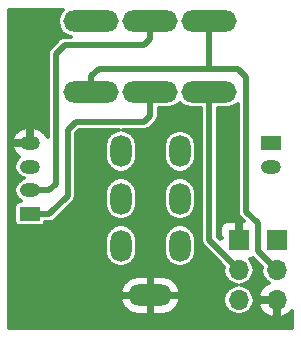
<source format=gbl>
G04 #@! TF.FileFunction,Copper,L2,Bot,Signal*
%FSLAX46Y46*%
G04 Gerber Fmt 4.6, Leading zero omitted, Abs format (unit mm)*
G04 Created by KiCad (PCBNEW 4.0.4-1.fc24-product) date Mon Apr 30 15:41:36 2018*
%MOMM*%
%LPD*%
G01*
G04 APERTURE LIST*
%ADD10C,0.100000*%
%ADD11R,1.700000X1.700000*%
%ADD12O,1.700000X1.700000*%
%ADD13R,1.700000X1.200000*%
%ADD14O,1.700000X1.200000*%
%ADD15O,4.700000X1.800000*%
%ADD16O,1.800000X2.700000*%
%ADD17O,3.700000X1.800000*%
%ADD18C,0.500000*%
%ADD19C,0.300000*%
G04 APERTURE END LIST*
D10*
D11*
X128200000Y-90000000D03*
D12*
X128200000Y-92540000D03*
X128200000Y-95080000D03*
D13*
X127700000Y-81800000D03*
D14*
X127700000Y-83800000D03*
D11*
X125000000Y-90000000D03*
D12*
X125000000Y-92540000D03*
X125000000Y-95080000D03*
D15*
X122500000Y-71500000D03*
X117500000Y-71500000D03*
X112500000Y-71500000D03*
X122500000Y-77500000D03*
X117500000Y-77500000D03*
X112500000Y-77500000D03*
D16*
X115000000Y-82500000D03*
X115000000Y-86500000D03*
X115000000Y-90500000D03*
X120000000Y-82500000D03*
X120000000Y-86500000D03*
X120000000Y-90500000D03*
D17*
X117500000Y-94700000D03*
D13*
X107300000Y-87800000D03*
D14*
X107300000Y-85800000D03*
X107300000Y-83800000D03*
X107300000Y-81800000D03*
D18*
X107600000Y-85800000D02*
X108950000Y-85800000D01*
X108950000Y-85800000D02*
X109500000Y-85250000D01*
X109500000Y-85250000D02*
X109500000Y-74300000D01*
X110300000Y-73500000D02*
X117000000Y-73500000D01*
X109500000Y-74300000D02*
X110300000Y-73500000D01*
X117000000Y-73500000D02*
X117500000Y-73000000D01*
X117500000Y-73000000D02*
X117500000Y-71500000D01*
X107600000Y-87800000D02*
X108950000Y-87800000D01*
X108950000Y-87800000D02*
X110500000Y-86250000D01*
X110500000Y-80700000D02*
X111200000Y-80000000D01*
X110500000Y-86250000D02*
X110500000Y-80700000D01*
X111200000Y-80000000D02*
X117000000Y-80000000D01*
X117000000Y-80000000D02*
X117500000Y-79500000D01*
X117500000Y-79500000D02*
X117500000Y-77500000D01*
X112500000Y-77500000D02*
X112500000Y-76150000D01*
X112500000Y-76150000D02*
X113150000Y-75500000D01*
X113150000Y-75500000D02*
X122400000Y-75500000D01*
X128200000Y-92540000D02*
X126600000Y-90940000D01*
X126600000Y-90940000D02*
X126600000Y-88600000D01*
X126600000Y-88600000D02*
X125600000Y-87600000D01*
X125600000Y-87600000D02*
X125600000Y-76200000D01*
X125600000Y-76200000D02*
X124900000Y-75500000D01*
X124900000Y-75500000D02*
X122400000Y-75500000D01*
X122500000Y-75400000D02*
X122400000Y-75500000D01*
X122500000Y-75400000D02*
X122500000Y-71500000D01*
X122500000Y-77500000D02*
X122500000Y-90040000D01*
X122500000Y-90040000D02*
X125000000Y-92540000D01*
D19*
G36*
X110040551Y-70545406D02*
X109747908Y-70983377D01*
X109645145Y-71500000D01*
X109747908Y-72016623D01*
X110040551Y-72454594D01*
X110478522Y-72747237D01*
X110743779Y-72800000D01*
X110300000Y-72800000D01*
X110032121Y-72853284D01*
X109805025Y-73005025D01*
X109005025Y-73805025D01*
X108853284Y-74032121D01*
X108853284Y-74032122D01*
X108800000Y-74300000D01*
X108800000Y-81305506D01*
X108587874Y-80922334D01*
X108173002Y-80591965D01*
X107663284Y-80445509D01*
X107450000Y-80631964D01*
X107450000Y-81650000D01*
X107470000Y-81650000D01*
X107470000Y-81950000D01*
X107450000Y-81950000D01*
X107450000Y-81970000D01*
X107150000Y-81970000D01*
X107150000Y-81950000D01*
X105897218Y-81950000D01*
X105748342Y-82158032D01*
X105755261Y-82213680D01*
X106012126Y-82677666D01*
X106394676Y-82982296D01*
X106282069Y-83057538D01*
X106054457Y-83398182D01*
X105974531Y-83800000D01*
X106054457Y-84201818D01*
X106282069Y-84542462D01*
X106622713Y-84770074D01*
X106773162Y-84800000D01*
X106622713Y-84829926D01*
X106282069Y-85057538D01*
X106054457Y-85398182D01*
X105974531Y-85800000D01*
X106054457Y-86201818D01*
X106282069Y-86542462D01*
X106579476Y-86741184D01*
X106450000Y-86741184D01*
X106283240Y-86772562D01*
X106130081Y-86871117D01*
X106027332Y-87021495D01*
X105991184Y-87200000D01*
X105991184Y-88400000D01*
X106022562Y-88566760D01*
X106121117Y-88719919D01*
X106271495Y-88822668D01*
X106450000Y-88858816D01*
X108150000Y-88858816D01*
X108316760Y-88827438D01*
X108469919Y-88728883D01*
X108572668Y-88578505D01*
X108588566Y-88500000D01*
X108950000Y-88500000D01*
X109217879Y-88446716D01*
X109444975Y-88294975D01*
X110994975Y-86744975D01*
X111146716Y-86517879D01*
X111200000Y-86250000D01*
X111200000Y-86014736D01*
X113650000Y-86014736D01*
X113650000Y-86985264D01*
X113752763Y-87501887D01*
X114045406Y-87939858D01*
X114483377Y-88232501D01*
X115000000Y-88335264D01*
X115516623Y-88232501D01*
X115954594Y-87939858D01*
X116247237Y-87501887D01*
X116350000Y-86985264D01*
X116350000Y-86014736D01*
X118650000Y-86014736D01*
X118650000Y-86985264D01*
X118752763Y-87501887D01*
X119045406Y-87939858D01*
X119483377Y-88232501D01*
X120000000Y-88335264D01*
X120516623Y-88232501D01*
X120954594Y-87939858D01*
X121247237Y-87501887D01*
X121350000Y-86985264D01*
X121350000Y-86014736D01*
X121247237Y-85498113D01*
X120954594Y-85060142D01*
X120516623Y-84767499D01*
X120000000Y-84664736D01*
X119483377Y-84767499D01*
X119045406Y-85060142D01*
X118752763Y-85498113D01*
X118650000Y-86014736D01*
X116350000Y-86014736D01*
X116247237Y-85498113D01*
X115954594Y-85060142D01*
X115516623Y-84767499D01*
X115000000Y-84664736D01*
X114483377Y-84767499D01*
X114045406Y-85060142D01*
X113752763Y-85498113D01*
X113650000Y-86014736D01*
X111200000Y-86014736D01*
X111200000Y-80989950D01*
X111489949Y-80700000D01*
X114822716Y-80700000D01*
X114483377Y-80767499D01*
X114045406Y-81060142D01*
X113752763Y-81498113D01*
X113650000Y-82014736D01*
X113650000Y-82985264D01*
X113752763Y-83501887D01*
X114045406Y-83939858D01*
X114483377Y-84232501D01*
X115000000Y-84335264D01*
X115516623Y-84232501D01*
X115954594Y-83939858D01*
X116247237Y-83501887D01*
X116350000Y-82985264D01*
X116350000Y-82014736D01*
X118650000Y-82014736D01*
X118650000Y-82985264D01*
X118752763Y-83501887D01*
X119045406Y-83939858D01*
X119483377Y-84232501D01*
X120000000Y-84335264D01*
X120516623Y-84232501D01*
X120954594Y-83939858D01*
X121247237Y-83501887D01*
X121350000Y-82985264D01*
X121350000Y-82014736D01*
X121247237Y-81498113D01*
X120954594Y-81060142D01*
X120516623Y-80767499D01*
X120000000Y-80664736D01*
X119483377Y-80767499D01*
X119045406Y-81060142D01*
X118752763Y-81498113D01*
X118650000Y-82014736D01*
X116350000Y-82014736D01*
X116247237Y-81498113D01*
X115954594Y-81060142D01*
X115516623Y-80767499D01*
X115177284Y-80700000D01*
X117000000Y-80700000D01*
X117267879Y-80646716D01*
X117494975Y-80494975D01*
X117994975Y-79994975D01*
X118146716Y-79767879D01*
X118200001Y-79500000D01*
X118200000Y-79499995D01*
X118200000Y-78850000D01*
X119004855Y-78850000D01*
X119521478Y-78747237D01*
X119959449Y-78454594D01*
X120000000Y-78393905D01*
X120040551Y-78454594D01*
X120478522Y-78747237D01*
X120995145Y-78850000D01*
X121800000Y-78850000D01*
X121800000Y-90040000D01*
X121853284Y-90307879D01*
X122005025Y-90534975D01*
X123730197Y-92260147D01*
X123674531Y-92540000D01*
X123773488Y-93037488D01*
X124055292Y-93459239D01*
X124477043Y-93741043D01*
X124823712Y-93810000D01*
X124477043Y-93878957D01*
X124055292Y-94160761D01*
X123773488Y-94582512D01*
X123674531Y-95080000D01*
X123773488Y-95577488D01*
X124055292Y-95999239D01*
X124477043Y-96281043D01*
X124974531Y-96380000D01*
X125025469Y-96380000D01*
X125522957Y-96281043D01*
X125944708Y-95999239D01*
X126226512Y-95577488D01*
X126246431Y-95477346D01*
X126650124Y-95477346D01*
X126823097Y-95894968D01*
X127239782Y-96359850D01*
X127802652Y-96629887D01*
X128050000Y-96485464D01*
X128050000Y-95230000D01*
X126795487Y-95230000D01*
X126650124Y-95477346D01*
X126246431Y-95477346D01*
X126325469Y-95080000D01*
X126226512Y-94582512D01*
X125944708Y-94160761D01*
X125522957Y-93878957D01*
X125176288Y-93810000D01*
X125522957Y-93741043D01*
X125944708Y-93459239D01*
X126226512Y-93037488D01*
X126325469Y-92540000D01*
X126226512Y-92042512D01*
X125944708Y-91620761D01*
X125913637Y-91600000D01*
X125999184Y-91600000D01*
X126190715Y-91520665D01*
X126930197Y-92260147D01*
X126874531Y-92540000D01*
X126973488Y-93037488D01*
X127255292Y-93459239D01*
X127545790Y-93653343D01*
X127239782Y-93800150D01*
X126823097Y-94265032D01*
X126650124Y-94682654D01*
X126795487Y-94930000D01*
X128050000Y-94930000D01*
X128050000Y-94910000D01*
X128350000Y-94910000D01*
X128350000Y-94930000D01*
X128370000Y-94930000D01*
X128370000Y-95230000D01*
X128350000Y-95230000D01*
X128350000Y-96485464D01*
X128597348Y-96629887D01*
X129160218Y-96359850D01*
X129475000Y-96008658D01*
X129475000Y-97475000D01*
X105525000Y-97475000D01*
X105525000Y-95105201D01*
X114950527Y-95105201D01*
X114968196Y-95192845D01*
X115277207Y-95760660D01*
X115779990Y-96166999D01*
X116400000Y-96350000D01*
X117350000Y-96350000D01*
X117350000Y-94850000D01*
X117650000Y-94850000D01*
X117650000Y-96350000D01*
X118600000Y-96350000D01*
X119220010Y-96166999D01*
X119722793Y-95760660D01*
X120031804Y-95192845D01*
X120049473Y-95105201D01*
X119904787Y-94850000D01*
X117650000Y-94850000D01*
X117350000Y-94850000D01*
X115095213Y-94850000D01*
X114950527Y-95105201D01*
X105525000Y-95105201D01*
X105525000Y-94294799D01*
X114950527Y-94294799D01*
X115095213Y-94550000D01*
X117350000Y-94550000D01*
X117350000Y-93050000D01*
X117650000Y-93050000D01*
X117650000Y-94550000D01*
X119904787Y-94550000D01*
X120049473Y-94294799D01*
X120031804Y-94207155D01*
X119722793Y-93639340D01*
X119220010Y-93233001D01*
X118600000Y-93050000D01*
X117650000Y-93050000D01*
X117350000Y-93050000D01*
X116400000Y-93050000D01*
X115779990Y-93233001D01*
X115277207Y-93639340D01*
X114968196Y-94207155D01*
X114950527Y-94294799D01*
X105525000Y-94294799D01*
X105525000Y-90014736D01*
X113650000Y-90014736D01*
X113650000Y-90985264D01*
X113752763Y-91501887D01*
X114045406Y-91939858D01*
X114483377Y-92232501D01*
X115000000Y-92335264D01*
X115516623Y-92232501D01*
X115954594Y-91939858D01*
X116247237Y-91501887D01*
X116350000Y-90985264D01*
X116350000Y-90014736D01*
X118650000Y-90014736D01*
X118650000Y-90985264D01*
X118752763Y-91501887D01*
X119045406Y-91939858D01*
X119483377Y-92232501D01*
X120000000Y-92335264D01*
X120516623Y-92232501D01*
X120954594Y-91939858D01*
X121247237Y-91501887D01*
X121350000Y-90985264D01*
X121350000Y-90014736D01*
X121247237Y-89498113D01*
X120954594Y-89060142D01*
X120516623Y-88767499D01*
X120000000Y-88664736D01*
X119483377Y-88767499D01*
X119045406Y-89060142D01*
X118752763Y-89498113D01*
X118650000Y-90014736D01*
X116350000Y-90014736D01*
X116247237Y-89498113D01*
X115954594Y-89060142D01*
X115516623Y-88767499D01*
X115000000Y-88664736D01*
X114483377Y-88767499D01*
X114045406Y-89060142D01*
X113752763Y-89498113D01*
X113650000Y-90014736D01*
X105525000Y-90014736D01*
X105525000Y-81441968D01*
X105748342Y-81441968D01*
X105897218Y-81650000D01*
X107150000Y-81650000D01*
X107150000Y-80631964D01*
X106936716Y-80445509D01*
X106426998Y-80591965D01*
X106012126Y-80922334D01*
X105755261Y-81386320D01*
X105748342Y-81441968D01*
X105525000Y-81441968D01*
X105525000Y-70525000D01*
X110071091Y-70525000D01*
X110040551Y-70545406D01*
X110040551Y-70545406D01*
G37*
X110040551Y-70545406D02*
X109747908Y-70983377D01*
X109645145Y-71500000D01*
X109747908Y-72016623D01*
X110040551Y-72454594D01*
X110478522Y-72747237D01*
X110743779Y-72800000D01*
X110300000Y-72800000D01*
X110032121Y-72853284D01*
X109805025Y-73005025D01*
X109005025Y-73805025D01*
X108853284Y-74032121D01*
X108853284Y-74032122D01*
X108800000Y-74300000D01*
X108800000Y-81305506D01*
X108587874Y-80922334D01*
X108173002Y-80591965D01*
X107663284Y-80445509D01*
X107450000Y-80631964D01*
X107450000Y-81650000D01*
X107470000Y-81650000D01*
X107470000Y-81950000D01*
X107450000Y-81950000D01*
X107450000Y-81970000D01*
X107150000Y-81970000D01*
X107150000Y-81950000D01*
X105897218Y-81950000D01*
X105748342Y-82158032D01*
X105755261Y-82213680D01*
X106012126Y-82677666D01*
X106394676Y-82982296D01*
X106282069Y-83057538D01*
X106054457Y-83398182D01*
X105974531Y-83800000D01*
X106054457Y-84201818D01*
X106282069Y-84542462D01*
X106622713Y-84770074D01*
X106773162Y-84800000D01*
X106622713Y-84829926D01*
X106282069Y-85057538D01*
X106054457Y-85398182D01*
X105974531Y-85800000D01*
X106054457Y-86201818D01*
X106282069Y-86542462D01*
X106579476Y-86741184D01*
X106450000Y-86741184D01*
X106283240Y-86772562D01*
X106130081Y-86871117D01*
X106027332Y-87021495D01*
X105991184Y-87200000D01*
X105991184Y-88400000D01*
X106022562Y-88566760D01*
X106121117Y-88719919D01*
X106271495Y-88822668D01*
X106450000Y-88858816D01*
X108150000Y-88858816D01*
X108316760Y-88827438D01*
X108469919Y-88728883D01*
X108572668Y-88578505D01*
X108588566Y-88500000D01*
X108950000Y-88500000D01*
X109217879Y-88446716D01*
X109444975Y-88294975D01*
X110994975Y-86744975D01*
X111146716Y-86517879D01*
X111200000Y-86250000D01*
X111200000Y-86014736D01*
X113650000Y-86014736D01*
X113650000Y-86985264D01*
X113752763Y-87501887D01*
X114045406Y-87939858D01*
X114483377Y-88232501D01*
X115000000Y-88335264D01*
X115516623Y-88232501D01*
X115954594Y-87939858D01*
X116247237Y-87501887D01*
X116350000Y-86985264D01*
X116350000Y-86014736D01*
X118650000Y-86014736D01*
X118650000Y-86985264D01*
X118752763Y-87501887D01*
X119045406Y-87939858D01*
X119483377Y-88232501D01*
X120000000Y-88335264D01*
X120516623Y-88232501D01*
X120954594Y-87939858D01*
X121247237Y-87501887D01*
X121350000Y-86985264D01*
X121350000Y-86014736D01*
X121247237Y-85498113D01*
X120954594Y-85060142D01*
X120516623Y-84767499D01*
X120000000Y-84664736D01*
X119483377Y-84767499D01*
X119045406Y-85060142D01*
X118752763Y-85498113D01*
X118650000Y-86014736D01*
X116350000Y-86014736D01*
X116247237Y-85498113D01*
X115954594Y-85060142D01*
X115516623Y-84767499D01*
X115000000Y-84664736D01*
X114483377Y-84767499D01*
X114045406Y-85060142D01*
X113752763Y-85498113D01*
X113650000Y-86014736D01*
X111200000Y-86014736D01*
X111200000Y-80989950D01*
X111489949Y-80700000D01*
X114822716Y-80700000D01*
X114483377Y-80767499D01*
X114045406Y-81060142D01*
X113752763Y-81498113D01*
X113650000Y-82014736D01*
X113650000Y-82985264D01*
X113752763Y-83501887D01*
X114045406Y-83939858D01*
X114483377Y-84232501D01*
X115000000Y-84335264D01*
X115516623Y-84232501D01*
X115954594Y-83939858D01*
X116247237Y-83501887D01*
X116350000Y-82985264D01*
X116350000Y-82014736D01*
X118650000Y-82014736D01*
X118650000Y-82985264D01*
X118752763Y-83501887D01*
X119045406Y-83939858D01*
X119483377Y-84232501D01*
X120000000Y-84335264D01*
X120516623Y-84232501D01*
X120954594Y-83939858D01*
X121247237Y-83501887D01*
X121350000Y-82985264D01*
X121350000Y-82014736D01*
X121247237Y-81498113D01*
X120954594Y-81060142D01*
X120516623Y-80767499D01*
X120000000Y-80664736D01*
X119483377Y-80767499D01*
X119045406Y-81060142D01*
X118752763Y-81498113D01*
X118650000Y-82014736D01*
X116350000Y-82014736D01*
X116247237Y-81498113D01*
X115954594Y-81060142D01*
X115516623Y-80767499D01*
X115177284Y-80700000D01*
X117000000Y-80700000D01*
X117267879Y-80646716D01*
X117494975Y-80494975D01*
X117994975Y-79994975D01*
X118146716Y-79767879D01*
X118200001Y-79500000D01*
X118200000Y-79499995D01*
X118200000Y-78850000D01*
X119004855Y-78850000D01*
X119521478Y-78747237D01*
X119959449Y-78454594D01*
X120000000Y-78393905D01*
X120040551Y-78454594D01*
X120478522Y-78747237D01*
X120995145Y-78850000D01*
X121800000Y-78850000D01*
X121800000Y-90040000D01*
X121853284Y-90307879D01*
X122005025Y-90534975D01*
X123730197Y-92260147D01*
X123674531Y-92540000D01*
X123773488Y-93037488D01*
X124055292Y-93459239D01*
X124477043Y-93741043D01*
X124823712Y-93810000D01*
X124477043Y-93878957D01*
X124055292Y-94160761D01*
X123773488Y-94582512D01*
X123674531Y-95080000D01*
X123773488Y-95577488D01*
X124055292Y-95999239D01*
X124477043Y-96281043D01*
X124974531Y-96380000D01*
X125025469Y-96380000D01*
X125522957Y-96281043D01*
X125944708Y-95999239D01*
X126226512Y-95577488D01*
X126246431Y-95477346D01*
X126650124Y-95477346D01*
X126823097Y-95894968D01*
X127239782Y-96359850D01*
X127802652Y-96629887D01*
X128050000Y-96485464D01*
X128050000Y-95230000D01*
X126795487Y-95230000D01*
X126650124Y-95477346D01*
X126246431Y-95477346D01*
X126325469Y-95080000D01*
X126226512Y-94582512D01*
X125944708Y-94160761D01*
X125522957Y-93878957D01*
X125176288Y-93810000D01*
X125522957Y-93741043D01*
X125944708Y-93459239D01*
X126226512Y-93037488D01*
X126325469Y-92540000D01*
X126226512Y-92042512D01*
X125944708Y-91620761D01*
X125913637Y-91600000D01*
X125999184Y-91600000D01*
X126190715Y-91520665D01*
X126930197Y-92260147D01*
X126874531Y-92540000D01*
X126973488Y-93037488D01*
X127255292Y-93459239D01*
X127545790Y-93653343D01*
X127239782Y-93800150D01*
X126823097Y-94265032D01*
X126650124Y-94682654D01*
X126795487Y-94930000D01*
X128050000Y-94930000D01*
X128050000Y-94910000D01*
X128350000Y-94910000D01*
X128350000Y-94930000D01*
X128370000Y-94930000D01*
X128370000Y-95230000D01*
X128350000Y-95230000D01*
X128350000Y-96485464D01*
X128597348Y-96629887D01*
X129160218Y-96359850D01*
X129475000Y-96008658D01*
X129475000Y-97475000D01*
X105525000Y-97475000D01*
X105525000Y-95105201D01*
X114950527Y-95105201D01*
X114968196Y-95192845D01*
X115277207Y-95760660D01*
X115779990Y-96166999D01*
X116400000Y-96350000D01*
X117350000Y-96350000D01*
X117350000Y-94850000D01*
X117650000Y-94850000D01*
X117650000Y-96350000D01*
X118600000Y-96350000D01*
X119220010Y-96166999D01*
X119722793Y-95760660D01*
X120031804Y-95192845D01*
X120049473Y-95105201D01*
X119904787Y-94850000D01*
X117650000Y-94850000D01*
X117350000Y-94850000D01*
X115095213Y-94850000D01*
X114950527Y-95105201D01*
X105525000Y-95105201D01*
X105525000Y-94294799D01*
X114950527Y-94294799D01*
X115095213Y-94550000D01*
X117350000Y-94550000D01*
X117350000Y-93050000D01*
X117650000Y-93050000D01*
X117650000Y-94550000D01*
X119904787Y-94550000D01*
X120049473Y-94294799D01*
X120031804Y-94207155D01*
X119722793Y-93639340D01*
X119220010Y-93233001D01*
X118600000Y-93050000D01*
X117650000Y-93050000D01*
X117350000Y-93050000D01*
X116400000Y-93050000D01*
X115779990Y-93233001D01*
X115277207Y-93639340D01*
X114968196Y-94207155D01*
X114950527Y-94294799D01*
X105525000Y-94294799D01*
X105525000Y-90014736D01*
X113650000Y-90014736D01*
X113650000Y-90985264D01*
X113752763Y-91501887D01*
X114045406Y-91939858D01*
X114483377Y-92232501D01*
X115000000Y-92335264D01*
X115516623Y-92232501D01*
X115954594Y-91939858D01*
X116247237Y-91501887D01*
X116350000Y-90985264D01*
X116350000Y-90014736D01*
X118650000Y-90014736D01*
X118650000Y-90985264D01*
X118752763Y-91501887D01*
X119045406Y-91939858D01*
X119483377Y-92232501D01*
X120000000Y-92335264D01*
X120516623Y-92232501D01*
X120954594Y-91939858D01*
X121247237Y-91501887D01*
X121350000Y-90985264D01*
X121350000Y-90014736D01*
X121247237Y-89498113D01*
X120954594Y-89060142D01*
X120516623Y-88767499D01*
X120000000Y-88664736D01*
X119483377Y-88767499D01*
X119045406Y-89060142D01*
X118752763Y-89498113D01*
X118650000Y-90014736D01*
X116350000Y-90014736D01*
X116247237Y-89498113D01*
X115954594Y-89060142D01*
X115516623Y-88767499D01*
X115000000Y-88664736D01*
X114483377Y-88767499D01*
X114045406Y-89060142D01*
X113752763Y-89498113D01*
X113650000Y-90014736D01*
X105525000Y-90014736D01*
X105525000Y-81441968D01*
X105748342Y-81441968D01*
X105897218Y-81650000D01*
X107150000Y-81650000D01*
X107150000Y-80631964D01*
X106936716Y-80445509D01*
X106426998Y-80591965D01*
X106012126Y-80922334D01*
X105755261Y-81386320D01*
X105748342Y-81441968D01*
X105525000Y-81441968D01*
X105525000Y-70525000D01*
X110071091Y-70525000D01*
X110040551Y-70545406D01*
G36*
X124900000Y-87600000D02*
X124953284Y-87867879D01*
X125105025Y-88094975D01*
X125410050Y-88400000D01*
X125337500Y-88400000D01*
X125150000Y-88587500D01*
X125150000Y-89850000D01*
X125170000Y-89850000D01*
X125170000Y-90150000D01*
X125150000Y-90150000D01*
X125150000Y-90170000D01*
X124850000Y-90170000D01*
X124850000Y-90150000D01*
X124830000Y-90150000D01*
X124830000Y-89850000D01*
X124850000Y-89850000D01*
X124850000Y-88587500D01*
X124662500Y-88400000D01*
X124000816Y-88400000D01*
X123725159Y-88514181D01*
X123514181Y-88725159D01*
X123400000Y-89000815D01*
X123400000Y-89662500D01*
X123587498Y-89849998D01*
X123400000Y-89849998D01*
X123400000Y-89950050D01*
X123200000Y-89750050D01*
X123200000Y-78850000D01*
X124004855Y-78850000D01*
X124521478Y-78747237D01*
X124900000Y-78494317D01*
X124900000Y-87600000D01*
X124900000Y-87600000D01*
G37*
X124900000Y-87600000D02*
X124953284Y-87867879D01*
X125105025Y-88094975D01*
X125410050Y-88400000D01*
X125337500Y-88400000D01*
X125150000Y-88587500D01*
X125150000Y-89850000D01*
X125170000Y-89850000D01*
X125170000Y-90150000D01*
X125150000Y-90150000D01*
X125150000Y-90170000D01*
X124850000Y-90170000D01*
X124850000Y-90150000D01*
X124830000Y-90150000D01*
X124830000Y-89850000D01*
X124850000Y-89850000D01*
X124850000Y-88587500D01*
X124662500Y-88400000D01*
X124000816Y-88400000D01*
X123725159Y-88514181D01*
X123514181Y-88725159D01*
X123400000Y-89000815D01*
X123400000Y-89662500D01*
X123587498Y-89849998D01*
X123400000Y-89849998D01*
X123400000Y-89950050D01*
X123200000Y-89750050D01*
X123200000Y-78850000D01*
X124004855Y-78850000D01*
X124521478Y-78747237D01*
X124900000Y-78494317D01*
X124900000Y-87600000D01*
M02*

</source>
